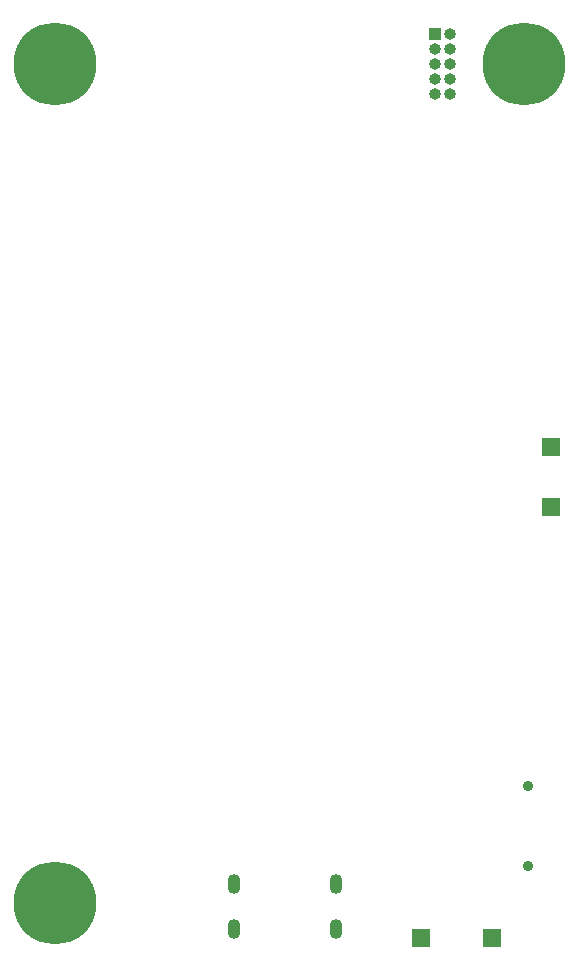
<source format=gbr>
%TF.GenerationSoftware,KiCad,Pcbnew,7.0.10-7.0.10~ubuntu22.04.1*%
%TF.CreationDate,2024-04-30T07:38:50+03:00*%
%TF.ProjectId,imu-mouse,696d752d-6d6f-4757-9365-2e6b69636164,v1*%
%TF.SameCoordinates,Original*%
%TF.FileFunction,Soldermask,Bot*%
%TF.FilePolarity,Negative*%
%FSLAX46Y46*%
G04 Gerber Fmt 4.6, Leading zero omitted, Abs format (unit mm)*
G04 Created by KiCad (PCBNEW 7.0.10-7.0.10~ubuntu22.04.1) date 2024-04-30 07:38:50*
%MOMM*%
%LPD*%
G01*
G04 APERTURE LIST*
G04 Aperture macros list*
%AMRoundRect*
0 Rectangle with rounded corners*
0 $1 Rounding radius*
0 $2 $3 $4 $5 $6 $7 $8 $9 X,Y pos of 4 corners*
0 Add a 4 corners polygon primitive as box body*
4,1,4,$2,$3,$4,$5,$6,$7,$8,$9,$2,$3,0*
0 Add four circle primitives for the rounded corners*
1,1,$1+$1,$2,$3*
1,1,$1+$1,$4,$5*
1,1,$1+$1,$6,$7*
1,1,$1+$1,$8,$9*
0 Add four rect primitives between the rounded corners*
20,1,$1+$1,$2,$3,$4,$5,0*
20,1,$1+$1,$4,$5,$6,$7,0*
20,1,$1+$1,$6,$7,$8,$9,0*
20,1,$1+$1,$8,$9,$2,$3,0*%
G04 Aperture macros list end*
%ADD10C,0.900000*%
%ADD11RoundRect,0.250000X-0.550000X-0.550000X0.550000X-0.550000X0.550000X0.550000X-0.550000X0.550000X0*%
%ADD12C,7.000000*%
%ADD13O,1.100000X1.700000*%
%ADD14R,1.000000X1.000000*%
%ADD15O,1.000000X1.000000*%
G04 APERTURE END LIST*
D10*
%TO.C,SW1*%
X115000000Y-195580000D03*
X115000000Y-188780000D03*
%TD*%
D11*
%TO.C,J2*%
X112000000Y-201680000D03*
%TD*%
D12*
%TO.C,H1*%
X75000000Y-127680000D03*
%TD*%
D11*
%TO.C,J1*%
X106000000Y-201680000D03*
%TD*%
D13*
%TO.C,J3*%
X90135024Y-197109206D03*
X90135024Y-200909206D03*
X98775024Y-197109206D03*
X98775024Y-200909206D03*
%TD*%
D12*
%TO.C,H3*%
X114700000Y-127670000D03*
%TD*%
D14*
%TO.C,J4*%
X107170000Y-125080000D03*
D15*
X108440000Y-125080000D03*
X107170000Y-126350000D03*
X108440000Y-126350000D03*
X107170000Y-127620000D03*
X108440000Y-127620000D03*
X107170000Y-128890000D03*
X108440000Y-128890000D03*
X107170000Y-130160000D03*
X108440000Y-130160000D03*
%TD*%
D11*
%TO.C,J5*%
X117000000Y-165180000D03*
%TD*%
%TO.C,J6*%
X117000000Y-160100000D03*
%TD*%
D12*
%TO.C,H2*%
X75000000Y-198680000D03*
%TD*%
M02*

</source>
